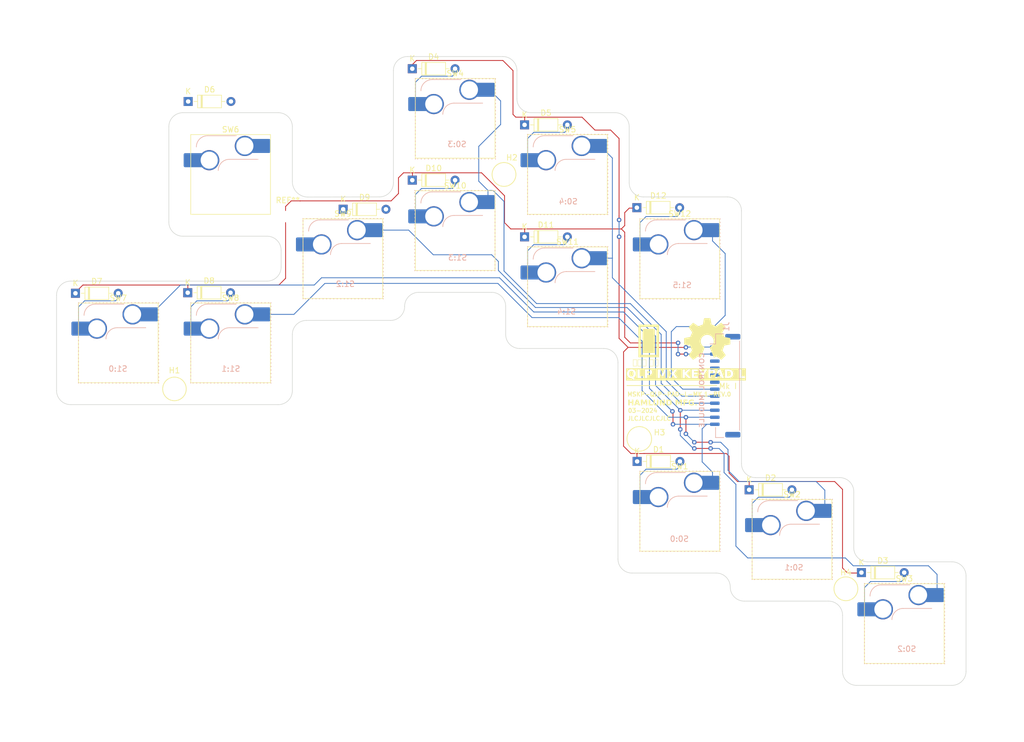
<source format=kicad_pcb>
(kicad_pcb (version 20221018) (generator pcbnew)
  (layers (0 "F.Cu" signal) (31 "B.Cu" signal) (34 "B.Paste" user) (35 "F.Paste" user) (36 "B.SilkS" user "B.Silkscreen") (37 "F.SilkS" user "F.Silkscreen") (38 "B.Mask" user) (39 "F.Mask" user) (44 "Edge.Cuts" user))
  (net 0 "")
  (net 1 "Net-(D1-A)")
  (net 2 "Net-(D2-A)")
  (net 3 "Net-(D3-A)")
  (net 4 "Net-(D4-A)")
  (net 5 "Net-(D10-K)")
  (net 6 "Net-(D5-A)")
  (net 7 "Net-(D6-A)")
  (net 8 "Net-(D7-A)")
  (net 9 "Net-(D8-A)")
  (net 10 "Net-(D9-A)")
  (net 11 "Net-(D10-A)")
  (net 16 "Net-(J1-Pin_7)")
  (net 17 "Net-(J1-Pin_8)")
  (net 18 "Net-(J1-Pin_9)")
  (net 19 "Net-(J1-Pin_10)")
  (net 20 "Net-(J1-Pin_11)")
  (net 21 "Net-(J1-Pin_12)")
  (net 22 "Net-(D1-K)")
  (net 23 "Net-(D11-A)")
  (net 24 "Net-(D12-A)")
  (footprint "ScottoKeebs_Hotswap:Hotswap_MX_Plated_1.00u" (layer "F.Cu") (at 71.000002 86.000001)
    (fp_text reference "SW7")
    (fp_text value "Switch")
  )
  (footprint "ScottoKeebs_Hotswap:Hotswap_MX_Plated_1.00u" (layer "F.Cu") (at 131 66.000001)
    (fp_text reference "SW10")
    (fp_text value "Switch")
  )
  (footprint "MountingHole:MountingHole_2.2mm_M2_ISO14580" (layer "F.Cu") (at 101.2 63.5)
    (fp_text reference "REF**")
    (fp_text value "MountingHole_2.2mm_M2_ISO14580")
  )
  (footprint "Diode_THT:D_DO-35_SOD27_P7.62mm_Horizontal" (layer "F.Cu") (at 111.05 62.2)
    (fp_text reference "D9")
    (fp_text value "1N4148")
  )
  (footprint "MountingHole:MountingHole_2.2mm_M2_ISO14580" (layer "F.Cu") (at 81.000002 94.2)
    (fp_text reference "H1")
    (fp_text value "MountingHole_2.2mm_M2_ISO14580")
  )
  (footprint "ScottoKeebs_Hotswap:Hotswap_MX_Plated_1.00u" (layer "F.Cu") (at 171 71)
    (fp_text reference "SW12")
    (fp_text value "Switch")
  )
  (footprint "MountingHole:MountingHole_2.2mm_M2_ISO14580" (layer "F.Cu") (at 200.600002 129.800002)
    (fp_text reference "H4")
    (fp_text value "MountingHole_2.2mm_M2_ISO14580")
  )
  (footprint "MountingHole:MountingHole_2.2mm_M2_ISO14580" (layer "F.Cu") (at 139.700001 56.000001)
    (fp_text reference "H2")
    (fp_text value "MountingHole_2.2mm_M2_ISO14580")
  )
  (footprint "MountingHole:MountingHole_2.2mm_M2_ISO14580" (layer "F.Cu") (at 163.8 103.100001)
    (fp_text reference "H3")
    (fp_text value "MountingHole_2.2mm_M2_ISO14580")
  )
  (footprint "ScottoKeebs_Hotswap:Hotswap_MX_Plated_1.00u" (layer "F.Cu") (at 91 85.999999)
    (fp_text reference "SW8")
    (fp_text value "Switch")
  )
  (footprint "ScottoKeebs_Hotswap:Hotswap_MX_Plated_1.00u" (layer "F.Cu") (at 131.000001 45.999999)
    (fp_text reference "SW4")
    (fp_text value "Switch")
  )
  (footprint "Diode_THT:D_DO-35_SOD27_P7.62mm_Horizontal" (layer "F.Cu") (at 123.36357 57.01408)
    (fp_text reference "D10")
    (fp_text value "1N4148")
  )
  (footprint "Diode_THT:D_DO-35_SOD27_P7.62mm_Horizontal" (layer "F.Cu") (at 143.36357 47.16408)
    (fp_text reference "D5")
    (fp_text value "1N4148")
  )
  (footprint "ScottoKeebs_Hotswap:Hotswap_MX_Plated_1.00u" (layer "F.Cu") (at 190.999999 121.000001)
    (fp_text reference "SW2")
    (fp_text value "Switch")
  )
  (footprint "Diode_THT:D_DO-35_SOD27_P7.62mm_Horizontal" (layer "F.Cu") (at 163.41357 107.11408)
    (fp_text reference "D1")
    (fp_text value "1N4148")
  )
  (footprint "ScottoKeebs_Hotswap:Hotswap_MX_Plated_1.00u" (layer "F.Cu") (at 171.000001 116.000001)
    (fp_text reference "SW1")
    (fp_text value "Switch")
  )
  (footprint "ScottoKeebs_Hotswap:Hotswap_MX_Plated_1.00u" (layer "F.Cu") (at 110.999998 70.999999)
    (fp_text reference "SW9")
    (fp_text value "Switch")
  )
  (footprint "Diode_THT:D_DO-35_SOD27_P7.62mm_Horizontal" (layer "F.Cu") (at 203.36357 126.91408)
    (fp_text reference "D3")
    (fp_text value "1N4148")
  )
  (footprint "ScottoKeebs_Hotswap:Hotswap_MX_Plated_1.00u" (layer "F.Cu") (at 151 76.000002)
    (fp_text reference "SW11")
    (fp_text value "Switch")
  )
  (footprint "Diode_THT:D_DO-35_SOD27_P7.62mm_Horizontal" (layer "F.Cu") (at 183.36357 112.16408)
    (fp_text reference "D2")
    (fp_text value "1N4148")
  )
  (footprint "Diode_THT:D_DO-35_SOD27_P7.62mm_Horizontal" (layer "F.Cu") (at 83.36357 77.06408)
    (fp_text reference "D8")
    (fp_text value "1N4148")
  )
  (footprint "Diode_THT:D_DO-35_SOD27_P7.62mm_Horizontal" (layer "F.Cu") (at 63.36357 77.16408)
    (fp_text reference "D7")
    (fp_text value "1N4148")
  )
  (footprint "Diode_THT:D_DO-35_SOD27_P7.62mm_Horizontal" (layer "F.Cu") (at 83.440002 43)
    (fp_text reference "D6")
    (fp_text value "1N4148")
  )
  (footprint "ScottoKeebs_Hotswap:Hotswap_MX_Plated_1.00u" (layer "F.Cu") (at 211 136.000001)
    (fp_text reference "SW3")
    (fp_text value "Switch")
  )
  (footprint "Diode_THT:D_DO-35_SOD27_P7.62mm_Horizontal" (layer "F.Cu") (at 163.36357 61.91408)
    (fp_text reference "D12")
    (fp_text value "1N4148")
  )
  (footprint "ScottoKeebs_Hotswap:Hotswap_MX_Plated_1.00u" (layer "F.Cu") (at 90.999998 55.999999)
    (fp_text reference "SW6")
    (fp_text value "Switch")
  )
  (footprint "Diode_THT:D_DO-35_SOD27_P7.62mm_Horizontal" (layer "F.Cu") (at 123.36357 37.16408)
    (fp_text reference "D4")
    (fp_text value "1N4148")
  )
  (footprint "ScottoKeebs_Hotswap:Hotswap_MX_Plated_1.00u" (layer "F.Cu") (at 151 56.000001)
    (fp_text reference "SW5")
    (fp_text value "Switch")
  )
  (footprint "Desktop:OSH_test" (layer "F.Cu") (at 175.9 85.3)
    (fp_text reference "G***" hide)
    (fp_text value "LOGO" hide)
  )
  (footprint "Diode_THT:D_DO-35_SOD27_P7.62mm_Horizontal" (layer "F.Cu") (at 143.36357 67.11408)
    (fp_text reference "D11")
    (fp_text value "1N4148")
  )
  (footprint "Connector_JST:JST_GH_SM12B-GHS-TB_1x12-1MP_P1.25mm_Horizontal" (layer "B.Cu") (at 179.1 93.625001 -90)
    (fp_text reference "J1")
    (fp_text value "Conn_01x12_Socket")
  )
  (gr_poly (pts (xy 123.900001 38.950001) (xy 138.200001 38.95) (xy 138.200001 53.250001) (xy 123.900002 53.25)) (stroke (width 0.15) (type dot)) (fill none) (layer "B.SilkS"))
  (gr_poly (pts (xy 123.8 58.85) (xy 138.100001 58.85) (xy 138.100002 73.150002) (xy 123.8 73.150001)) (stroke (width 0.15) (type dot)) (fill none) (layer "B.SilkS"))
  (gr_poly (pts (xy 163.900001 108.849999) (xy 178.2 108.850001) (xy 178.2 123.150002) (xy 163.900002 123.15)) (stroke (width 0.15) (type dot)) (fill none) (layer "B.SilkS"))
  (gr_poly (pts (xy 203.900003 128.85) (xy 218.200001 128.85) (xy 218.2 143.15) (xy 203.900003 143.150002)) (stroke (width 0.15) (type dot)) (fill none) (layer "B.SilkS"))
  (gr_poly (pts (xy 143.900001 48.849999) (xy 158.200002 48.849999) (xy 158.2 63.15) (xy 143.900001 63.15)) (stroke (width 0.15) (type dot)) (fill none) (layer "B.SilkS"))
  (gr_poly (pts (xy 63.900002 78.850001) (xy 78.200001 78.85) (xy 78.2 93.15) (xy 63.900001 93.150001)) (stroke (width 0.15) (type dot)) (fill none) (layer "B.SilkS"))
  (gr_poly (pts (xy 143.900002 68.850001) (xy 158.200002 68.85) (xy 158.200002 83.15) (xy 143.900003 83.150001)) (stroke (width 0.15) (type dot)) (fill none) (layer "B.SilkS"))
  (gr_poly (pts (xy 163.9 63.9) (xy 178.2 63.900001) (xy 178.200002 78.199999) (xy 163.900002 78.2)) (stroke (width 0.15) (type dot)) (fill none) (layer "B.SilkS"))
  (gr_poly (pts (xy 83.9 78.849999) (xy 98.200001 78.849999) (xy 98.200001 93.15) (xy 83.900002 93.15)) (stroke (width 0.15) (type dot)) (fill none) (layer "B.SilkS"))
  (gr_poly (pts (xy 183.900003 113.850001) (xy 198.2 113.850002) (xy 198.200001 128.150001) (xy 183.900003 128.150001)) (stroke (width 0.15) (type dot)) (fill none) (layer "B.SilkS"))
  (gr_poly (pts (xy 103.900003 63.850001) (xy 118.200002 63.849999) (xy 118.200003 78.150001) (xy 103.900002 78.15)) (stroke (width 0.15) (type dot)) (fill none) (layer "B.SilkS"))
  (gr_circle (center 81.000002 94.2) (end 81 92.1) (stroke (width 0.15)) (fill none) (layer "F.SilkS"))
  (gr_circle (center 200.600002 129.800002) (end 202.100002 131.3) (stroke (width 0.15)) (fill none) (layer "F.SilkS"))
  (gr_circle (center 163.8 103.100001) (end 165.350002 104.65) (stroke (width 0.15)) (fill none) (layer "F.SilkS"))
  (gr_line (start 161.600001 93.600002) (end 177.600001 93.599999) (stroke (width 0.15)) (layer "F.SilkS"))
  (gr_circle (center 139.700001 56.000001) (end 141.200001 57.499999) (stroke (width 0.15)) (fill none) (layer "F.SilkS"))
  (gr_line (start 62.500001 97) (end 99.500002 96.999999) (stroke (width 0.1)) (layer "Edge.Cuts"))
  (gr_line (start 62.5 75.000001) (end 97.500001 75.000001) (stroke (width 0.1)) (layer "Edge.Cuts"))
  (gr_line (start 140.000003 84.500001) (end 140.000003 79.5) (stroke (width 0.1)) (layer "Edge.Cuts"))
  (gr_arc (start 62.500001 97) (mid 60.732264 96.267738) (end 60 94.500001) (stroke (width 0.1)) (layer "Edge.Cuts"))
  (gr_line (start 120.000001 57.5) (end 120.000002 37.500001) (stroke (width 0.1)) (layer "Edge.Cuts"))
  (gr_arc (start 122 79.500001) (mid 122.732233 77.732232) (end 124.500002 77.000002) (stroke (width 0.1)) (layer "Edge.Cuts"))
  (gr_arc (start 204.500002 124.999999) (mid 202.732265 124.267737) (end 202.000001 122.5) (stroke (width 0.1)) (layer "Edge.Cuts"))
  (gr_arc (start 199.500002 110) (mid 201.267769 110.732233) (end 202.000002 112.500001) (stroke (width 0.1)) (layer "Edge.Cuts"))
  (gr_arc (start 100.000001 72.5) (mid 99.267768 74.267767) (end 97.500001 75.000001) (stroke (width 0.1)) (layer "Edge.Cuts"))
  (gr_line (start 180.000001 129.5) (end 180.000001 129.5) (stroke (width 0.1)) (layer "Edge.Cuts"))
  (gr_line (start 202.000002 112.500001) (end 202.000001 122.5) (stroke (width 0.1)) (layer "Edge.Cuts"))
  (gr_arc (start 164.500001 60) (mid 162.732264 59.267737) (end 162 57.5) (stroke (width 0.1)) (layer "Edge.Cuts"))
  (gr_line (start 99.999998 69.499999) (end 100.000001 72.5) (stroke (width 0.1)) (layer "Edge.Cuts"))
  (gr_line (start 117.500002 60) (end 104.761415 60.022854) (stroke (width 0.1)) (layer "Edge.Cuts"))
  (gr_arc (start 157.500002 87) (mid 159.267799 87.732204) (end 160.000001 89.500002) (stroke (width 0.1)) (layer "Edge.Cuts"))
  (gr_line (start 204.500002 124.999999) (end 219.500002 125.000001) (stroke (width 0.1)) (layer "Edge.Cuts"))
  (gr_arc (start 159.500002 44.999999) (mid 161.26777 45.732233) (end 162.000002 47.500001) (stroke (width 0.1)) (layer "Edge.Cuts"))
  (gr_line (start 122 79.500001) (end 122 79.500001) (stroke (width 0.1)) (layer "Edge.Cuts"))
  (gr_arc (start 60.000003 77.499999) (mid 60.732235 75.732234) (end 62.5 75.000001) (stroke (width 0.1)) (layer "Edge.Cuts"))
  (gr_line (start 122.500002 34.999999) (end 139.500001 35) (stroke (width 0.1)) (layer "Edge.Cuts"))
  (gr_arc (start 97.499998 66.999998) (mid 99.267769 67.73223) (end 99.999998 69.499999) (stroke (width 0.1)) (layer "Edge.Cuts"))
  (gr_arc (start 162.500002 127.000002) (mid 160.732234 126.267769) (end 160.000002 124.500001) (stroke (width 0.1)) (layer "Edge.Cuts"))
  (gr_arc (start 142.500002 87) (mid 140.732265 86.267738) (end 140.000003 84.500001) (stroke (width 0.1)) (layer "Edge.Cuts"))
  (gr_line (start 184.500001 110) (end 199.500002 110) (stroke (width 0.1)) (layer "Edge.Cuts"))
  (gr_arc (start 102.000002 84.500001) (mid 102.732264 82.732263) (end 104.500002 81.999999) (stroke (width 0.1)) (layer "Edge.Cuts"))
  (gr_arc (start 120.000002 37.500001) (mid 120.732235 35.732233) (end 122.500002 34.999999) (stroke (width 0.1)) (layer "Edge.Cuts"))
  (gr_line (start 162.000002 47.500001) (end 162 57.5) (stroke (width 0.1)) (layer "Edge.Cuts"))
  (gr_arc (start 184.500001 110) (mid 182.732234 109.267766) (end 182.000002 107.499999) (stroke (width 0.1)) (layer "Edge.Cuts"))
  (gr_arc (start 102.000002 94.500001) (mid 101.267769 96.267767) (end 99.500002 96.999999) (stroke (width 0.1)) (layer "Edge.Cuts"))
  (gr_arc (start 197.500003 132) (mid 199.267799 132.732204) (end 200.000002 134.500001) (stroke (width 0.1)) (layer "Edge.Cuts"))
  (gr_arc (start 177.500002 127.000001) (mid 179.267768 127.732234) (end 180.000001 129.5) (stroke (width 0.1)) (layer "Edge.Cuts"))
  (gr_line (start 197.500003 132) (end 182.500001 132.000001) (stroke (width 0.1)) (layer "Edge.Cuts"))
  (gr_arc (start 144.500001 44.999999) (mid 142.732236 44.267767) (end 142.000001 42.500002) (stroke (width 0.1)) (layer "Edge.Cuts"))
  (gr_line (start 142.000001 37.500001) (end 142.000001 42.500002) (stroke (width 0.1)) (layer "Edge.Cuts"))
  (gr_arc (start 179.500002 60.000001) (mid 181.267739 60.732263) (end 182.000002 62.5) (stroke (width 0.1)) (layer "Edge.Cuts"))
  (gr_line (start 157.500002 87) (end 142.500002 87) (stroke (width 0.1)) (layer "Edge.Cuts"))
  (gr_arc (start 182.500001 132.000001) (mid 180.732234 131.267767) (end 180.000001 129.5) (stroke (width 0.1)) (layer "Edge.Cuts"))
  (gr_line (start 102.000002 94.500001) (end 102.000002 84.500001) (stroke (width 0.1)) (layer "Edge.Cuts"))
  (gr_arc (start 219.500002 125.000001) (mid 221.267798 125.732204) (end 222.000003 127.5) (stroke (width 0.1)) (layer "Edge.Cuts"))
  (gr_line (start 164.500001 60) (end 179.500002 60.000001) (stroke (width 0.1)) (layer "Edge.Cuts"))
  (gr_line (start 144.500001 44.999999) (end 159.500002 44.999999) (stroke (width 0.1)) (layer "Edge.Cuts"))
  (gr_line (start 101.999998 57.261427) (end 101.999998 47.499999) (stroke (width 0.1)) (layer "Edge.Cuts"))
  (gr_line (start 79.999998 64.499999) (end 79.999998 47.499999) (stroke (width 0.1)) (layer "Edge.Cuts"))
  (gr_arc (start 79.999998 47.499999) (mid 80.732231 45.732231) (end 82.499998 44.999999) (stroke (width 0.1)) (layer "Edge.Cuts"))
  (gr_arc (start 222.000002 144.500002) (mid 221.267768 146.267768) (end 219.500001 147.000002) (stroke (width 0.1)) (layer "Edge.Cuts"))
  (gr_line (start 60.000003 77.499999) (end 60 94.500001) (stroke (width 0.1)) (layer "Edge.Cuts"))
  (gr_line (start 160.000002 124.500001) (end 160.000001 89.500002) (stroke (width 0.1)) (layer "Edge.Cuts"))
  (gr_line (start 104.500002 81.999999) (end 119.500001 82.000001) (stroke (width 0.1)) (layer "Edge.Cuts"))
  (gr_line (start 82.499998 66.999999) (end 97.499998 66.999998) (stroke (width 0.1)) (layer "Edge.Cuts"))
  (gr_arc (start 82.499998 66.999999) (mid 80.732234 66.267764) (end 79.999998 64.499999) (stroke (width 0.1)) (layer "Edge.Cuts"))
  (gr_line (start 219.500001 147.000002) (end 202.500002 147.000002) (stroke (width 0.1)) (layer "Edge.Cuts"))
  (gr_line (start 182.000002 62.5) (end 182.000002 107.499999) (stroke (width 0.1)) (layer "Edge.Cuts"))
  (gr_arc (start 202.500002 147.000002) (mid 200.732205 146.267798) (end 200.000002 144.500001) (stroke (width 0.1)) (layer "Edge.Cuts"))
  (gr_line (start 222.000003 127.5) (end 222.000002 144.500002) (stroke (width 0.1)) (layer "Edge.Cuts"))
  (gr_line (start 177.500002 127.000001) (end 162.500002 127.000002) (stroke (width 0.1)) (layer "Edge.Cuts"))
  (gr_arc (start 104.761415 60.022854) (mid 102.808809 59.214051) (end 101.999998 57.261427) (stroke (width 0.1)) (layer "Edge.Cuts"))
  (gr_arc (start 99.499998 44.999999) (mid 101.267768 45.732231) (end 101.999998 47.499999) (stroke (width 0.1)) (layer "Edge.Cuts"))
  (gr_line (start 82.499998 44.999999) (end 99.499998 44.999999) (stroke (width 0.1)) (layer "Edge.Cuts"))
  (gr_arc (start 120.000001 57.5) (mid 119.267768 59.267766) (end 117.500002 60) (stroke (width 0.1)) (layer "Edge.Cuts"))
  (gr_line (start 200.000002 144.500001) (end 200.000002 134.500001) (stroke (width 0.1)) (layer "Edge.Cuts"))
  (gr_line (start 124.500002 77.000002) (end 137.500001 77.000002) (stroke (width 0.1)) (layer "Edge.Cuts"))
  (gr_arc (start 139.500001 35) (mid 141.26774 35.732262) (end 142.000001 37.500001) (stroke (width 0.1)) (layer "Edge.Cuts"))
  (gr_arc (start 137.500001 77.000002) (mid 139.267767 77.732234) (end 140.000003 79.5) (stroke (width 0.1)) (layer "Edge.Cuts"))
  (gr_arc (start 122 79.500001) (mid 121.267767 81.267766) (end 119.500001 82.000001) (stroke (width 0.1)) (layer "Edge.Cuts"))
  (gr_text "S0:2\n" (at 213.2 141.099999) (layer "B.SilkS") (effects (font (size 1 1)) (justify left bottom mirror)))
  (gr_text "S1:3\n" (at 133.200002 71.4) (layer "B.SilkS") (effects (font (size 1 1)) (justify left bottom mirror)))
  (gr_text "S1:5" (at 173.200002 76.299999) (layer "B.SilkS") (effects (font (size 1 1)) (justify left bottom mirror)))
  (gr_text "S0:3" (at 133.100003 51.2) (layer "B.SilkS") (effects (font (size 1 1)) (justify left bottom mirror)))
  (gr_text "S1:4\n" (at 152.600003 80.999999) (layer "B.SilkS") (effects (font (size 1 1)) (justify left bottom mirror)))
  (gr_text "S0:1" (at 193.100003 126.6) (layer "B.SilkS") (effects (font (size 1 1)) (justify left bottom mirror)))
  (gr_text "S1:2\n" (at 113.200002 76.100001) (layer "B.SilkS") (effects (font (size 1 1)) (justify left bottom mirror)))
  (gr_text "S0:4" (at 152.900001 61.400001) (layer "B.SilkS") (effects (font (size 1 1)) (justify left bottom mirror)))
  (gr_text "S1:1\n" (at 92.799999 91.199999) (layer "B.SilkS") (effects (font (size 1 1)) (justify left bottom mirror)))
  (gr_text "CONTROL MODULE" (at 175.400001 87.599999 90) (layer "B.SilkS") (effects (font (size 0.8 1)) (justify left bottom mirror)))
  (gr_text "S1:0" (at 72.700003 91.2) (layer "B.SilkS") (effects (font (size 1 1)) (justify left bottom mirror)))
  (gr_text "S0:0" (at 172.700002 121.500001) (layer "B.SilkS") (effects (font (size 1 1)) (justify left bottom mirror)))
  (gr_text "HAMLUND MFG." (at 161.700001 97.3) (layer "F.SilkS") (effects (font (size 1 1) (thickness 0.2) bold) (justify left bottom)))
  (gr_text "햄" (at 163.800001 87.8) (layer "F.SilkS" knockout) (effects (font (size 4 4) (thickness 0.8) bold) (justify left bottom)))
  (gr_text "Mk I" (at 177.900003 94.300001) (layer "F.SilkS") (effects (font (size 1 1)) (justify left bottom)))
  (gr_text "03-2024" (at 161.700001 98.5) (layer "F.SilkS") (effects (font (size 0.75 0.75)) (justify left bottom)))
  (gr_text "QLP MX KEYPAD L" (at 161.500003 92.5) (layer "F.SilkS" knockout) (effects (font (size 1.5 1.5) (thickness 0.3) bold) (justify left bottom)))
  (gr_text "JLCJLCJLCJLC" (at 161.600001 99.9) (layer "F.SilkS") (effects (font (size 0.75 0.75)) (justify left bottom)))
  (gr_text "MSKP-QLP-PAD-L-MK.1-REV.0" (at 161.600002 95.600001) (layer "F.SilkS") (effects (font (size 0.75 0.75)) (justify left bottom)))
  (gr_text "햄룬드 제조" (at 162.600003 90.100002) (layer "F.SilkS") (effects (font (size 1 1)) (justify left bottom)))
  (segment (start 163.915001 113.460001) (end 163.915002 109.585002) (width 0.15) (layer "B.Cu") (net 1))
  (segment (start 170.500002 108.500001) (end 171.000001 108) (width 0.15) (layer "B.Cu") (net 1))
  (segment (start 165.000002 108.5) (end 170.500002 108.500001) (width 0.15) (layer "B.Cu") (net 1))
  (segment (start 163.915002 109.585002) (end 165.000002 108.5) (width 0.15) (layer "B.Cu") (net 1))
  (segment (start 171.000001 108) (end 171.000002 107) (width 0.15) (layer "B.Cu") (net 1))
  (segment (start 183.915 118.46) (end 183.915001 114.585002) (width 0.15) (layer "B.Cu") (net 2))
  (segment (start 191.000001 113) (end 191 111.999998) (width 0.15) (layer "B.Cu") (net 2))
  (segment (start 183.915001 114.585002) (end 185.000003 113.5) (width 0.15) (layer "B.Cu") (net 2))
  (segment (start 190.500002 113.5) (end 191.000001 113) (width 0.15) (layer "B.Cu") (net 2))
  (segment (start 185.000003 113.5) (end 190.500002 113.5) (width 0.15) (layer "B.Cu") (net 2))
  (segment (start 205.000001 128.500001) (end 210.500001 128.500001) (width 0.15) (layer "B.Cu") (net 3))
  (segment (start 210.500001 128.500001) (end 210.999997 128.000003) (width 0.15) (layer "B.Cu") (net 3))
  (segment (start 203.915 129.585001) (end 205.000001 128.500001) (width 0.15) (layer "B.Cu") (net 3))
  (segment (start 203.914999 133.459999) (end 203.915 129.585001) (width 0.15) (layer "B.Cu") (net 3))
  (segment (start 210.999997 128.000003) (end 210.999999 126.999999) (width 0.15) (layer "B.Cu") (net 3))
  (segment (start 131 38.000002) (end 130.999999 36.999998) (width 0.15) (layer "B.Cu") (net 4))
  (segment (start 130.500003 38.500001) (end 131 38.000002) (width 0.15) (layer "B.Cu") (net 4))
  (segment (start 123.915001 39.585001) (end 125.000002 38.499999) (width 0.15) (layer "B.Cu") (net 4))
  (segment (start 123.915001 43.46) (end 123.915001 39.585001) (width 0.15) (layer "B.Cu") (net 4))
  (segment (start 125.000002 38.499999) (end 130.500003 38.500001) (width 0.15) (layer "B.Cu") (net 4))
  (segment (start 83.38 75.720001) (end 83.400002 75.700001) (width 0.15) (layer "F.Cu") (net 5))
  (segment (start 135.700001 55.700001) (end 139.8 59.800002) (width 0.15) (layer "F.Cu") (net 5))
  (segment (start 99.600001 75.700002) (end 100.800001 74.500002) (width 0.15) (layer "F.Cu") (net 5))
  (segment (start 140.900002 65.699999) (end 143.400002 65.700003) (width 0.15) (layer "F.Cu") (net 5))
  (segment (start 64.680002 75.700002) (end 64.880001 75.7) (width 0.15) (layer "F.Cu") (net 5))
  (segment (start 161.200002 62.800002) (end 162.000001 62) (width 0.15) (layer "F.Cu") (net 5))
  (segment (start 143.379998 65.720003) (end 143.400002 65.700003) (width 0.15) (layer "F.Cu") (net 5))
  (segment (start 160.600001 65.700001) (end 161.2 66.300001) (width 0.15) (layer "F.Cu") (net 5))
  (segment (start 120.900001 56.600001) (end 121.800001 55.700001) (width 0.15) (layer "F.Cu") (net 5))
  (segment (start 123.380001 56.999999) (end 123.38 55.719999) (width 0.15) (layer "F.Cu") (net 5))
  (segment (start 100.800001 74.500002) (end 100.800002 61.699999) (width 0.15) (layer "F.Cu") (net 5))
  (segment (start 83.38 77) (end 83.38 75.720001) (width 0.15) (layer "F.Cu") (net 5))
  (segment (start 161.200003 67) (end 161.200002 85.000002) (width 0.15) (layer "F.Cu") (net 5))
  (segment (start 103.379999 60.720001) (end 103.400002 60.7) (width 0.15) (layer "F.Cu") (net 5))
  (segment (start 119.600002 60.7) (end 120.900002 59.400001) (width 0.15) (layer "F.Cu") (net 5))
  (segment (start 123.400002 55.700001) (end 135.700001 55.700001) (width 0.15) (layer "F.Cu") (net 5))
  (segment (start 162.200003 86) (end 170.700001 86.000002) (width 0.15) (layer "F.Cu") (net 5))
  (segment (start 139.800001 64.6) (end 140.900002 65.699999) (width 0.15) (layer "F.Cu") (net 5))
  (segment (start 161.200002 85.000002) (end 162.200003 86) (width 0.15) (layer "F.Cu") (net 5))
  (segment (start 139.8 59.800002) (end 139.800001 64.6) (width 0.15) (layer "F.Cu") (net 5))
  (segment (start 83.400002 75.700001) (end 99.600001 75.700002) (width 0.15) (layer "F.Cu") (net 5))
  (segment (start 103.400002 60.7) (end 119.600002 60.7) (width 0.15) (layer "F.Cu") (net 5))
  (segment (start 143.400002 65.700003) (end 160.600001 65.700001) (width 0.15) (layer "F.Cu") (net 5))
  (segment (start 123.38 55.719999) (end 123.400002 55.700001) (width 0.15) (layer "F.Cu") (net 5))
  (segment (start 120.900002 59.400001) (end 120.900001 56.600001) (width 0.15) (layer "F.Cu") (net 5))
  (segment (start 162.000001 62) (end 163.380001 62.000001) (width 0.15) (layer "F.Cu") (net 5))
  (segment (start 121.800001 55.700001) (end 123.400002 55.700001) (width 0.15) (layer "F.Cu") (net 5))
  (segment (start 101.800003 60.7) (end 103.400002 60.7) (width 0.15) (layer "F.Cu") (net 5))
  (segment (start 63.380001 77) (end 64.680002 75.700002) (width 0.15) (layer "F.Cu") (net 5))
  (segment (start 160.600001 65.700001) (end 161.200001 65.1) (width 0.15) (layer "F.Cu") (net 5))
  (segment (start 143.379999 67.000002) (end 143.379998 65.720003) (width 0.15) (layer "F.Cu") (net 5))
  (segment (start 100.800002 61.699999) (end 101.800003 60.7) (width 0.15) (layer "F.Cu") (net 5))
  (segment (start 170.700001 87.999999) (end 172.100002 88.000002) (width 0.15) (layer "F.Cu") (net 5))
  (segment (start 161.2 66.300001) (end 161.200003 67) (width 0.15) (layer "F.Cu") (net 5))
  (segment (start 161.200001 65.1) (end 161.200002 62.800002) (width 0.15) (layer "F.Cu") (net 5))
  (segment (start 64.880001 75.7) (end 65.250002 75.699999) (width 0.15) (layer "F.Cu") (net 5))
  (segment (start 65.250002 75.699999) (end 83.400002 75.700001) (width 0.15) (layer "F.Cu") (net 5))
  (via (at 170.700001 86.000002) (size 0.8) (drill 0.4) (layers "F.Cu" "B.Cu") (net 5))
  (via (at 172.100002 88.000002) (size 0.8) (drill 0.4) (layers "F.Cu" "B.Cu") (net 5))
  (via (at 170.700001 87.999999) (size 0.8) (drill 0.4) (layers "F.Cu" "B.Cu") (net 5))
  (segment (start 172.100002 88.000002) (end 177.250001 88.000001) (width 0.15) (layer "B.Cu") (net 5))
  (segment (start 170.700001 86.000002) (end 170.700001 87.999999) (width 0.15) (layer "B.Cu") (net 5))
  (segment (start 110.999999 63.000003) (end 111.000001 62) (width 0.15) (layer "B.Cu") (net 5))
  (segment (start 151 48.000003) (end 150.999999 47) (width 0.15) (layer "B.Cu") (net 6))
  (segment (start 143.914998 49.585002) (end 145.000001 48.5) (width 0.15) (layer "B.Cu") (net 6))
  (segment (start 145.000001 48.5) (end 150.500001 48.500001) (width 0.15) (layer "B.Cu") (net 6))
  (segment (start 143.914999 53.460002) (end 143.914998 49.585002) (width 0.15) (layer "B.Cu") (net 6))
  (segment (start 150.500001 48.500001) (end 151 48.000003) (width 0.15) (layer "B.Cu") (net 6))
  (segment (start 71.000001 78) (end 71 77) (width 0.15) (layer "B.Cu") (net 8))
  (segment (start 63.915001 83.460001) (end 63.915002 79.585003) (width 0.15) (layer "B.Cu") (net 8))
  (segment (start 63.915002 79.585003) (end 65.000002 78.500001) (width 0.15) (layer "B.Cu") (net 8))
  (segment (start 65.000002 78.500001) (end 70.500003 78.5) (width 0.15) (layer "B.Cu") (net 8))
  (segment (start 70.500003 78.5) (end 71.000001 78) (width 0.15) (layer "B.Cu") (net 8))
  (segment (start 85.000002 78.5) (end 90.500002 78.500001) (width 0.15) (layer "B.Cu") (net 9))
  (segment (start 90.999999 78.000002) (end 90.999998 77) (width 0.15) (layer "B.Cu") (net 9))
  (segment (start 83.914998 83.459998) (end 83.915 79.585002) (width 0.15) (layer "B.Cu") (net 9))
  (segment (start 90.500002 78.500001) (end 90.999999 78.000002) (width 0.15) (layer "B.Cu") (net 9))
  (segment (start 83.915 79.585002) (end 85.000002 78.5) (width 0.15) (layer "B.Cu") (net 9))
  (segment (start 125.000003 58.500002) (end 130.5 58.5) (width 0.15) (layer "B.Cu") (net 11))
  (segment (start 123.915002 63.460003) (end 123.915001 59.585001) (width 0.15) (layer "B.Cu") (net 11))
  (segment (start 130.5 58.5) (end 131 58.000002) (width 0.15) (layer "B.Cu") (net 11))
  (segment (start 123.915001 59.585001) (end 125.000003 58.500002) (width 0.15) (layer "B.Cu") (net 11))
  (segment (start 131 58.000002) (end 131.000001 57.000003) (width 0.15) (layer "B.Cu") (net 11))
  (segment (start 171.550002 94.25) (end 177.250001 94.249999) (width 0.15) (layer "B.Cu") (net 16))
  (segment (start 179.100003 81.099999) (end 177.100003 83.100001) (width 0.15) (layer "B.Cu") (net 16))
  (segment (start 170.400001 83.100001) (end 169.500002 84.000001) (width 0.15) (layer "B.Cu") (net 16))
  (segment (start 176.841999 67.841997) (end 179.100002 70.100002) (width 0.15) (layer "B.Cu") (net 16))
  (segment (start 169.500002 84.000001) (end 169.5 92.2) (width 0.15) (layer "B.Cu") (net 16))
  (segment (start 169.5 92.2) (end 171.550002 94.25) (width 0.15) (layer "B.Cu") (net 16))
  (segment (start 177.100003 83.100001) (end 170.400001 83.100001) (width 0.15) (layer "B.Cu") (net 16))
  (segment (start 176.842 65.92) (end 176.841999 67.841997) (width 0.15) (layer "B.Cu") (net 16))
  (segment (start 179.100002 70.100002) (end 179.100003 81.099999) (width 0.15) (layer "B.Cu") (net 16))
  (segment (start 158.980001 70.920003) (end 159.000003 70.9) (width 0.15) (layer "B.Cu") (net 17))
  (segment (start 159.000003 70.9) (end 159.000001 53.078002) (width 0.15) (layer "B.Cu") (net 17))
  (segment (start 171.400001 95.5) (end 168.600002 92.699999) (width 0.15) (layer "B.Cu") (net 17))
  (segment (start 168.6 84) (end 159.000002 74.399999) (width 0.15) (layer "B.Cu") (net 17))
  (segment (start 156.841999 70.920002) (end 156.842 70.858002) (width 0.15) (layer "B.Cu") (net 17))
  (segment (start 168.600002 92.699999) (end 168.6 84) (width 0.15) (layer "B.Cu") (net 17))
  (segment (start 156.841999 70.920002) (end 158.980001 70.920003) (width 0.15) (layer "B.Cu") (net 17))
  (segment (start 159.000002 74.399999) (end 159.000003 70.9) (width 0.15) (layer "B.Cu") (net 17))
  (segment (start 177.25 95.5) (end 171.400001 95.5) (width 0.15) (layer "B.Cu") (net 17))
  (segment (start 159.000001 53.078002) (end 156.841999 50.92) (width 0.15) (layer "B.Cu") (net 17))
  (segment (start 139.700001 60.8) (end 139.700001 73.200001) (width 0.15) (layer "B.Cu") (net 18))
  (segment (start 139.700001 73.200001) (end 145.500002 79) (width 0.15) (layer "B.Cu") (net 18))
  (segment (start 137.120003 40.92) (end 136.842001 40.919999) (width 0.15) (layer "B.Cu") (net 18))
  (segment (start 136.841999 60.920003) (end 136.842 58.842) (width 0.15) (layer "B.Cu") (net 18))
  (segment (start 135.200001 57.2) (end 135.200002 51.000001) (width 0.15) (layer "B.Cu") (net 18))
  (segment (start 135.200002 51.000001) (end 139.100002 47.100001) (width 0.15) (layer "B.Cu") (net 18))
  (segment (start 167.700001 84.5) (end 167.700001 93.200001) (width 0.15) (layer "B.Cu") (net 18))
  (segment (start 145.500002 79) (end 162.200003 79) (width 0.15) (layer "B.Cu") (net 18))
  (segment (start 136.842 58.842) (end 135.200001 57.2) (width 0.15) (layer "B.Cu") (net 18))
  (segment (start 137.742001 58.842001) (end 139.700001 60.8) (width 0.15) (layer "B.Cu") (net 18))
  (segment (start 162.200003 79) (end 167.700001 84.5) (width 0.15) (layer "B.Cu") (net 18))
  (segment (start 139.100002 47.100001) (end 139.100002 42.9) (width 0.15) (layer "B.Cu") (net 18))
  (segment (start 171.250002 96.75) (end 177.250002 96.75) (width 0.15) (layer "B.Cu") (net 18))
  (segment (start 136.842 58.842) (end 137.742001 58.842001) (width 0.15) (layer "B.Cu") (net 18))
  (segment (start 167.700001 93.200001) (end 171.250002 96.75) (width 0.15) (layer "B.Cu") (net 18))
  (segment (start 139.100002 42.9) (end 137.120003 40.92) (width 0.15) (layer "B.Cu") (net 18))
  (segment (start 171.100001 101.400001) (end 171.100003 98) (width 0.15) (layer "F.Cu") (net 19))
  (segment (start 176.500002 104.799999) (end 173.599998 104.8) (width 0.15) (layer "F.Cu") (net 19))
  (via (at 171.100003 98) (size 0.8) (drill 0.4) (layers "F.Cu" "B.Cu") (net 19))
  (via (at 176.500002 104.799999) (size 0.8) (drill 0.4) (layers "F.Cu" "B.Cu") (net 19))
  (via (at 171.100001 101.400001) (size 0.8) (drill 0.4) (layers "F.Cu" "B.Cu") (net 19))
  (via (at 173.599998 104.8) (size 0.8) (drill 0.4) (layers "F.Cu" "B.Cu") (net 19))
  (segment (start 178.900001 109.099999) (end 178.900003 105.700001) (width 0.15) (layer "B.Cu") (net 19))
  (segment (start 145.300001 79.7) (end 161.600002 79.700001) (width 0.15) (layer "B.Cu") (net 19))
  (segment (start 138.700001 71.499999) (end 138.700002 73.1) (width 0.15) (layer "B.Cu") (net 19))
  (segment (start 178.000001 104.799999) (end 176.500002 104.799999) (width 0.15) (layer "B.Cu") (net 19))
  (segment (start 200.500001 124.300001) (end 183.100002 124.299999) (width 0.15) (layer "B.Cu") (net 19))
  (segment (start 181.000002 122.2) (end 181.000002 111.2) (width 0.15) (layer "B.Cu") (net 19))
  (segment (start 137.500003 70.3) (end 138.700001 71.499999) (width 0.15) (layer "B.Cu") (net 19))
  (segment (start 173.599998 104.8) (end 173.400002 104.800001) (width 0.15) (layer "B.Cu") (net 19))
  (segment (start 171.100003 98) (end 177.250002 97.999999) (width 0.15) (layer "B.Cu") (net 19))
  (segment (start 183.100002 124.299999) (end 181.000002 122.2) (width 0.15) (layer "B.Cu") (net 19))
  (segment (start 116.841999 65.92) (end 122.719999 65.919999) (width 0.15) (layer "B.Cu") (net 19))
  (segment (start 178.900003 105.700001) (end 178.000001 104.799999) (width 0.15) (layer "B.Cu") (net 19))
  (segment (start 173.400002 104.800001) (end 171.100002 102.500001) (width 0.15) (layer "B.Cu") (net 19))
  (segment (start 161.600002 79.700001) (end 166.700002 84.8) (width 0.15) (layer "B.Cu") (net 19))
  (segment (start 166.700001 93.600002) (end 171.100003 98) (width 0.15) (layer "B.Cu") (net 19))
  (segment (start 171.100002 102.500001) (end 171.100001 101.400001) (width 0.15) (layer "B.Cu") (net 19))
  (segment (start 127.100001 70.3) (end 137.500003 70.3) (width 0.15) (layer "B.Cu") (net 19))
  (segment (start 216.841999 130.919999) (end 216.842 127.241998) (width 0.15) (layer "B.Cu") (net 19))
  (segment (start 201.900002 125.700001) (end 200.500001 124.300001) (width 0.15) (layer "B.Cu") (net 19))
  (segment (start 138.700002 73.1) (end 145.300001 79.7) (width 0.15) (layer "B.Cu") (net 19))
  (segment (start 215.300001 125.7) (end 201.900002 125.700001) (width 0.15) (layer "B.Cu") (net 19))
  (segment (start 181.000002 111.2) (end 178.900001 109.099999) (width 0.15) (layer "B.Cu") (net 19))
  (segment (start 122.719999 65.919999) (end 127.100001 70.3) (width 0.15) (layer "B.Cu") (net 19))
  (segment (start 166.700002 84.8) (end 166.700001 93.600002) (width 0.15) (layer "B.Cu") (net 19))
  (segment (start 216.842 127.241998) (end 215.300001 125.7) (width 0.15) (layer "B.Cu") (net 19))
  (segment (start 172.100002 102.199999) (end 172.100002 99.250001) (width 0.15) (layer "F.Cu") (net 20))
  (segment (start 176.500003 103.7) (end 173.6 103.700002) (width 0.15) (layer "F.Cu") (net 20))
  (via (at 173.6 103.700002) (size 0.8) (drill 0.4) (layers "F.Cu" "B.Cu") (net 20))
  (via (at 172.100002 102.199999) (size 0.8) (drill 0.4) (layers "F.Cu" "B.Cu") (net 20))
  (via (at 176.500003 103.7) (size 0.8) (drill 0.4) (layers "F.Cu" "B.Cu") (net 20))
  (via (at 172.100002 99.250001) (size 0.8) (drill 0.4) (layers "F.Cu" "B.Cu") (net 20))
  (segment (start 179.600003 105.8) (end 179.600002 105.000003) (width 0.15) (layer "B.Cu") (net 20))
  (segment (start 172.100002 99.250001) (end 177.250002 99.249999) (width 0.15) (layer "B.Cu") (net 20))
  (segment (start 184.055114 110.700001) (end 181.600002 110.700002) (width 0.15) (layer "B.Cu") (net 20))
  (segment (start 169.05 99.249999) (end 172.100002 99.250001) (width 0.15) (layer "B.Cu") (net 20))
  (segment (start 196.842002 115.920001) (end 196.841999 112.241999) (width 0.15) (layer "B.Cu") (net 20))
  (segment (start 96.842 80.92) (end 102.280003 80.92) (width 0.15) (layer "B.Cu") (net 20))
  (segment (start 178.400002 103.800001) (end 178.3 103.7) (width 0.15) (layer "B.Cu") (net 20))
  (segment (start 102.280003 80.92) (end 107.799999 75.400001) (width 0.15) (layer "B.Cu") (net 20))
  (segment (start 173.6 103.700002) (end 172.100002 102.199999) (width 0.15) (layer "B.Cu") (net 20))
  (segment (start 164.300002 94.500001) (end 169.05 99.249999) (width 0.15) (layer "B.Cu") (net 20))
  (segment (start 164.300002 85.699999) (end 164.300002 94.500001) (width 0.15) (layer "B.Cu") (net 20))
  (segment (start 179.599998 108.700001) (end 179.600003 105.8) (width 0.15) (layer "B.Cu") (net 20))
  (segment (start 178.3 103.7) (end 176.500003 103.7) (width 0.15) (layer "B.Cu") (net 20))
  (segment (start 196.841999 112.241999) (end 195.300003 110.7) (width 0.15) (layer "B.Cu") (net 20))
  (segment (start 195.300003 110.7) (end 184.055114 110.700001) (width 0.15) (layer "B.Cu") (net 20))
  (segment (start 144.700001 81.500002) (end 160.100003 81.500001) (width 0.15) (layer "B.Cu") (net 20))
  (segment (start 160.100003 81.500001) (end 164.300002 85.699999) (width 0.15) (layer "B.Cu") (net 20))
  (segment (start 107.799999 75.400001) (end 138.600001 75.4) (width 0.15) (layer "B.Cu") (net 20))
  (segment (start 181.600002 110.700002) (end 179.599998 108.700001) (width 0.15) (layer "B.Cu") (net 20))
  (segment (start 138.600001 75.4) (end 144.700001 81.500002) (width 0.15) (layer "B.Cu") (net 20))
  (segment (start 179.600002 105.000003) (end 178.400002 103.800001) (width 0.15) (layer "B.Cu") (net 20))
  (segment (start 169.700001 98.2) (end 169.8 98.299999) (width 0.15) (layer "F.Cu") (net 21))
  (segment (start 169.8 98.299999) (end 169.799999 100.5) (width 0.15) (layer "F.Cu") (net 21))
  (via (at 169.799999 100.5) (size 0.8) (drill 0.4) (layers "F.Cu" "B.Cu") (net 21))
  (via (at 169.700001 98.2) (size 0.8) (drill 0.4) (layers "F.Cu" "B.Cu") (net 21))
  (segment (start 175.800001 100.500001) (end 175.000001 101.300002) (width 0.15) (layer "B.Cu") (net 21))
  (segment (start 175.800001 100.500001) (end 177.250001 100.500001) (width 0.15) (layer "B.Cu") (net 21))
  (segment (start 176.842 109.041999) (end 176.842001 110.920002) (width 0.15) (layer "B.Cu") (net 21))
  (segment (start 161.000001 80.5) (end 165.600003 85.1) (width 0.15) (layer "B.Cu") (net 21))
  (segment (start 169.799999 100.5) (end 175.800001 100.500001) (width 0.15) (layer "B.Cu") (net 21))
  (segment (start 169.100001 97.600001) (end 169.700001 98.2) (width 0.15) (layer "B.Cu") (net 21))
  (segment (start 175.000001 101.300002) (end 175 107.199999) (width 0.15) (layer "B.Cu") (net 21))
  (segment (start 165.600003 85.1) (end 165.600001 94.100001) (width 0.15) (layer "B.Cu") (net 21))
  (segment (start 175 107.199999) (end 176.842 109.041999) (width 0.15) (layer "B.Cu") (net 21))
  (segment (start 138.900001 74.4) (end 145.000001 80.500001) (width 0.15) (layer "B.Cu") (net 21))
  (segment (start 105.900002 75.700001) (end 107.200002 74.4) (width 0.15) (layer "B.Cu") (net 21))
  (segment (start 76.842003 80.92) (end 82.062001 75.700001) (width 0.15) (layer "B.Cu") (net 21))
  (segment (start 82.062001 75.700001) (end 105.900002 75.700001) (width 0.15) (layer "B.Cu") (net 21))
  (segment (start 145.000001 80.500001) (end 161.000001 80.5) (width 0.15) (layer "B.Cu") (net 21))
  (segment (start 107.200002 74.4) (end 138.900001 74.4) (width 0.15) (layer "B.Cu") (net 21))
  (segment (start 165.600001 94.100001) (end 169.100001 97.600001) (width 0.15) (layer "B.Cu") (net 21))
  (segment (start 183.38 110.720001) (end 183.400002 110.700001) (width 0.15) (layer "F.Cu") (net 22))
  (segment (start 200.000001 112.100001) (end 198.600002 110.7) (width 0.15) (layer "F.Cu") (net 22))
  (segment (start 181.300002 110.700001) (end 179.800002 109.200001) (width 0.15) (layer "F.Cu") (net 22))
  (segment (start 155.900002 48.1) (end 158.700002 48.1) (width 0.15) (layer "F.Cu") (net 22))
  (segment (start 179.800002 109.200001) (end 179.800001 106.200001) (width 0.15) (layer "F.Cu") (net 22))
  (segment (start 158.700002 48.1) (end 160.200002 49.6) (width 0.15) (layer "F.Cu") (net 22))
  (segment (start 141.300001 45.300001) (end 141.800002 45.8) (width 0.15) (layer "F.Cu") (net 22))
  (segment (start 161.000001 87.599998) (end 161.800002 86.800002) (width 0.15) (layer "F.Cu") (net 22))
  (segment (start 161.800002 86.800002) (end 160.200003 85.2) (width 0.15) (layer "F.Cu") (net 22))
  (segment (start 160.200002 49.6) (end 160.200003 63.4) (width 0.15) (layer "F.Cu") (net 22))
  (segment (start 203.379999 127) (end 200.900001 126.999999) (width 0.15) (layer "F.Cu") (net 22))
  (segment (start 198.600002 110.7) (end 183.400002 110.700001) (width 0.15) (layer "F.Cu") (net 22))
  (segment (start 123.379999 37) (end 123.400002 36.979998) (width 0.15) (layer "F.Cu") (net 22))
  (segment (start 183.380001 112.000002) (end 183.38 110.720001) (width 0.15) (layer "F.Cu") (net 22))
  (segment (start 163.380001 106.999999) (end 163.379999 105.719999) (width 0.15) (layer "F.Cu") (net 22))
  (segment (start 160.200003 85.2) (end 160.200001 67.100001) (width 0.15) (layer "F.Cu") (net 22))
  (segment (start 179.300002 105.7) (end 164.680001 105.700001) (width 0.15) (layer "F.Cu") (net 22))
  (segment (start 164.680001 105.700001) (end 163.4 105.700001) (width 0.15) (layer "F.Cu") (net 22))
  (segment (start 163.379999 105.719999) (end 163.4 105.700001) (width 0.15) (layer "F.Cu") (net 22))
  (segment (start 141.300002 37.500001) (end 141.300001 45.300001) (width 0.15) (layer "F.Cu") (net 22))
  (segment (start 200.000002 126.1) (end 200.000001 112.100001) (width 0.15) (layer "F.Cu") (net 22))
  (segment (start 161.800002 86.800002) (end 172.100002 86.799999) (width 0.15) (layer "F.Cu") (net 22))
  (segment (start 200.900001 126.999999) (end 200.000002 126.1) (width 0.15) (layer "F.Cu") (net 22))
  (segment (start 143.379998 47) (end 143.380001 45.820002) (width 0.15) (layer "F.Cu") (net 22))
  (segment (start 123.400001 36.400001) (end 124.1 35.7) (width 0.15) (layer "F.Cu") (net 22))
  (segment (start 183.400002 110.700001) (end 181.300002 110.700001) (width 0.15) (layer "F.Cu") (net 22))
  (segment (start 143.380001 45.820002) (end 143.400001 45.799999) (width 0.15) (layer "F.Cu") (net 22))
  (segment (start 160.200003 63.4) (end 160.200001 64.100002) (width 0.15) (layer "F.Cu") (net 22))
  (segment (start 123.400002 36.979998) (end 123.400001 36.400001) (width 0.15) (layer "F.Cu") (net 22))
  (segment (start 139.500004 35.7) (end 141.300002 37.500001) (width 0.15) (layer "F.Cu") (net 22))
  (segment (start 163.4 105.700001) (end 162.300002 105.7) (width 0.15) (layer "F.Cu") (net 22))
  (segment (start 162.300002 105.7) (end 161 104.400001) (width 0.15) (layer "F.Cu") (net 22))
  (segment (start 143.400001 45.799999) (end 153.600003 45.800001) (width 0.15) (layer "F.Cu") (net 22))
  (segment (start 179.800001 106.200001) (end 179.300002 105.7) (width 0.15) (layer "F.Cu") (net 22))
  (segment (start 161 104.400001) (end 161.000001 87.599998) (width 0.15) (layer "F.Cu") (net 22))
  (segment (start 124.1 35.7) (end 139.500004 35.7) (width 0.15) (layer "F.Cu") (net 22))
  (segment (start 141.800002 45.8) (end 143.400001 45.799999) (width 0.15) (layer "F.Cu") (net 22))
  (segment (start 153.600003 45.800001) (end 155.900002 48.1) (width 0.15) (layer "F.Cu") (net 22))
  (via (at 160.200001 67.100001) (size 0.8) (drill 0.4) (layers "F.Cu" "B.Cu") (net 22))
  (via (at 160.200001 64.100002) (size 0.8) (drill 0.4) (layers "F.Cu" "B.Cu") (net 22))
  (via (at 172.100002 86.799999) (size 0.8) (drill 0.4) (layers "F.Cu" "B.Cu") (net 22))
  (segment (start 172.15 86.75) (end 177.250002 86.75) (width 0.15) (layer "B.Cu") (net 22))
  (segment (start 160.200001 64.100002) (end 160.200001 67.100001) (width 0.15) (layer "B.Cu") (net 22))
  (segment (start 172.100002 86.799999) (end 172.15 86.75) (width 0.15) (layer "B.Cu") (net 22))
  (segment (start 150.500004 68.499999) (end 151 68.000004) (width 0.15) (layer "B.Cu") (net 23))
  (segment (start 143.914999 73.460002) (end 143.914999 69.585002) (width 0.15) (layer "B.Cu") (net 23))
  (segment (start 151 68.000004) (end 151.000001 67.000001) (width 0.15) (layer "B.Cu") (net 23))
  (segment (start 145.000002 68.500001) (end 150.500004 68.499999) (width 0.15) (layer "B.Cu") (net 23))
  (segment (start 143.914999 69.585002) (end 145.000002 68.500001) (width 0.15) (layer "B.Cu") (net 23))
  (segment (start 163.915 64.585003) (end 165 63.500001) (width 0.15) (layer "B.Cu") (net 24))
  (segment (start 170.999999 63.000003) (end 170.999998 62.000001) (width 0.15) (layer "B.Cu") (net 24))
  (segment (start 163.914998 68.46) (end 163.915 64.585003) (width 0.15) (layer "B.Cu") (net 24))
  (segment (start 170.500001 63.5) (end 170.999999 63.000003) (width 0.15) (layer "B.Cu") (net 24))
  (segment (start 165 63.500001) (end 170.500001 63.5) (width 0.15) (layer "B.Cu") (net 24))
)
</source>
